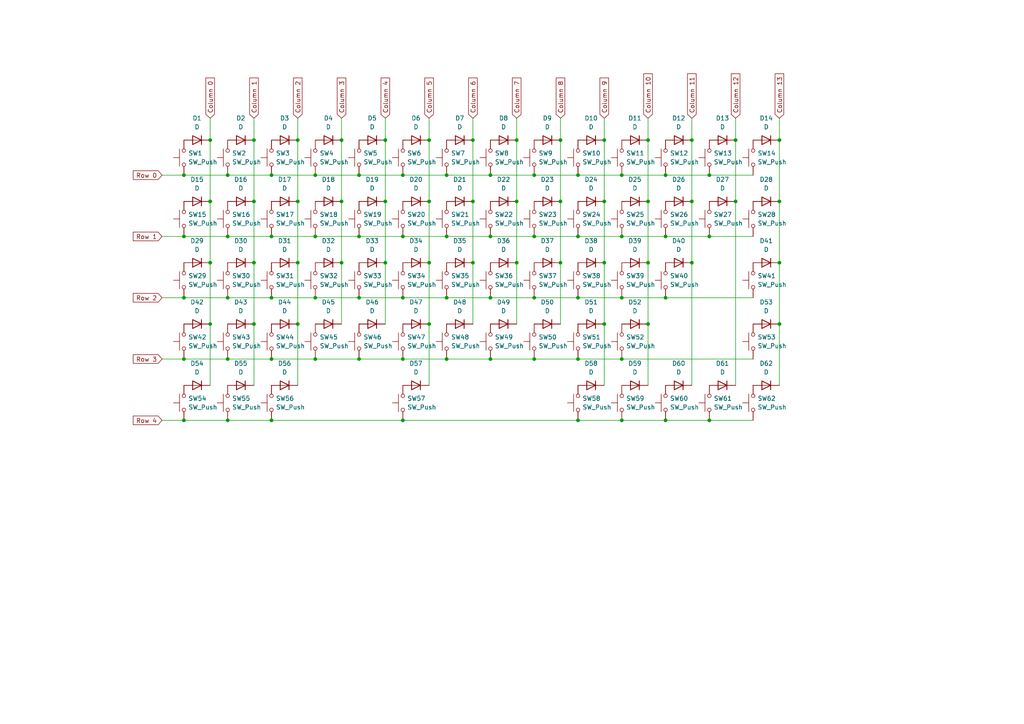
<source format=kicad_sch>
(kicad_sch (version 20250114) (generator "eeschema") (generator_version "9.0")
  (paper "A4")
  (junction (at 86.36 58.42))
  (junction (at 142.24 50.8))
  (junction (at 142.24 68.58))
  (junction (at 116.84 68.58))
  (junction (at 226.06 40.64))
  (junction (at 142.24 104.14))
  (junction (at 154.94 50.8))
  (junction (at 53.34 50.8))
  (junction (at 142.24 86.36))
  (junction (at 91.44 50.8))
  (junction (at 154.94 68.58))
  (junction (at 104.14 50.8))
  (junction (at 124.46 76.2))
  (junction (at 124.46 93.98))
  (junction (at 226.06 76.2))
  (junction (at 99.06 58.42))
  (junction (at 60.96 76.2))
  (junction (at 180.34 68.58))
  (junction (at 104.14 104.14))
  (junction (at 193.04 50.8))
  (junction (at 99.06 76.2))
  (junction (at 116.84 104.14))
  (junction (at 104.14 86.36))
  (junction (at 205.74 68.58))
  (junction (at 226.06 58.42))
  (junction (at 78.74 104.14))
  (junction (at 193.04 86.36))
  (junction (at 78.74 68.58))
  (junction (at 154.94 86.36))
  (junction (at 137.16 58.42))
  (junction (at 104.14 68.58))
  (junction (at 180.34 86.36))
  (junction (at 200.66 76.2))
  (junction (at 137.16 40.64))
  (junction (at 124.46 40.64))
  (junction (at 137.16 76.2))
  (junction (at 175.26 40.64))
  (junction (at 167.64 104.14))
  (junction (at 60.96 58.42))
  (junction (at 73.66 93.98))
  (junction (at 111.76 76.2))
  (junction (at 175.26 93.98))
  (junction (at 175.26 58.42))
  (junction (at 213.36 58.42))
  (junction (at 86.36 40.64))
  (junction (at 86.36 76.2))
  (junction (at 149.86 58.42))
  (junction (at 129.54 68.58))
  (junction (at 162.56 58.42))
  (junction (at 187.96 58.42))
  (junction (at 162.56 40.64))
  (junction (at 180.34 121.92))
  (junction (at 66.04 50.8))
  (junction (at 213.36 40.64))
  (junction (at 99.06 40.64))
  (junction (at 175.26 76.2))
  (junction (at 53.34 121.92))
  (junction (at 73.66 40.64))
  (junction (at 187.96 93.98))
  (junction (at 78.74 86.36))
  (junction (at 129.54 50.8))
  (junction (at 53.34 104.14))
  (junction (at 116.84 50.8))
  (junction (at 149.86 40.64))
  (junction (at 91.44 68.58))
  (junction (at 162.56 76.2))
  (junction (at 226.06 93.98))
  (junction (at 193.04 121.92))
  (junction (at 73.66 58.42))
  (junction (at 116.84 86.36))
  (junction (at 180.34 104.14))
  (junction (at 116.84 121.92))
  (junction (at 167.64 86.36))
  (junction (at 167.64 68.58))
  (junction (at 111.76 40.64))
  (junction (at 53.34 68.58))
  (junction (at 91.44 86.36))
  (junction (at 66.04 86.36))
  (junction (at 193.04 68.58))
  (junction (at 66.04 68.58))
  (junction (at 124.46 58.42))
  (junction (at 154.94 104.14))
  (junction (at 53.34 86.36))
  (junction (at 205.74 121.92))
  (junction (at 205.74 50.8))
  (junction (at 167.64 50.8))
  (junction (at 200.66 58.42))
  (junction (at 78.74 50.8))
  (junction (at 60.96 93.98))
  (junction (at 66.04 104.14))
  (junction (at 78.74 121.92))
  (junction (at 149.86 76.2))
  (junction (at 129.54 104.14))
  (junction (at 66.04 121.92))
  (junction (at 91.44 104.14))
  (junction (at 167.64 121.92))
  (junction (at 111.76 58.42))
  (junction (at 73.66 76.2))
  (junction (at 60.96 40.64))
  (junction (at 180.34 50.8))
  (junction (at 187.96 40.64))
  (junction (at 129.54 86.36))
  (junction (at 200.66 40.64))
  (junction (at 86.36 93.98))
  (junction (at 187.96 76.2))
  (wire (pts (xy 193.04 68.58) (xy 205.74 68.58)))
  (wire (pts (xy 149.86 40.64) (xy 149.86 58.42)))
  (wire (pts (xy 142.24 50.8) (xy 154.94 50.8)))
  (wire (pts (xy 167.64 104.14) (xy 180.34 104.14)))
  (wire (pts (xy 137.16 76.2) (xy 137.16 93.98)))
  (wire (pts (xy 200.66 76.2) (xy 200.66 111.76)))
  (wire (pts (xy 180.34 86.36) (xy 193.04 86.36)))
  (wire (pts (xy 116.84 121.92) (xy 167.64 121.92)))
  (wire (pts (xy 167.64 86.36) (xy 180.34 86.36)))
  (wire (pts (xy 142.24 86.36) (xy 154.94 86.36)))
  (wire (pts (xy 193.04 86.36) (xy 218.44 86.36)))
  (wire (pts (xy 226.06 40.64) (xy 226.06 58.42)))
  (wire (pts (xy 111.76 40.64) (xy 111.76 58.42)))
  (wire (pts (xy 53.34 68.58) (xy 66.04 68.58)))
  (wire (pts (xy 104.14 104.14) (xy 116.84 104.14)))
  (wire (pts (xy 129.54 50.8) (xy 142.24 50.8)))
  (wire (pts (xy 78.74 104.14) (xy 91.44 104.14)))
  (wire (pts (xy 111.76 76.2) (xy 111.76 93.98)))
  (wire (pts (xy 73.66 58.42) (xy 73.66 76.2)))
  (wire (pts (xy 73.66 76.2) (xy 73.66 93.98)))
  (wire (pts (xy 129.54 86.36) (xy 142.24 86.36)))
  (wire (pts (xy 86.36 40.64) (xy 86.36 58.42)))
  (wire (pts (xy 91.44 104.14) (xy 104.14 104.14)))
  (wire (pts (xy 78.74 50.8) (xy 91.44 50.8)))
  (wire (pts (xy 187.96 76.2) (xy 187.96 93.98)))
  (wire (pts (xy 162.56 40.64) (xy 162.56 58.42)))
  (wire (pts (xy 175.26 58.42) (xy 175.26 76.2)))
  (wire (pts (xy 111.76 58.42) (xy 111.76 76.2)))
  (wire (pts (xy 66.04 121.92) (xy 78.74 121.92)))
  (wire (pts (xy 46.99 86.36) (xy 53.34 86.36)))
  (wire (pts (xy 99.06 40.64) (xy 99.06 58.42)))
  (wire (pts (xy 205.74 50.8) (xy 218.44 50.8)))
  (wire (pts (xy 124.46 58.42) (xy 124.46 76.2)))
  (wire (pts (xy 104.14 86.36) (xy 116.84 86.36)))
  (wire (pts (xy 60.96 34.29) (xy 60.96 40.64)))
  (wire (pts (xy 46.99 50.8) (xy 53.34 50.8)))
  (wire (pts (xy 154.94 50.8) (xy 167.64 50.8)))
  (wire (pts (xy 175.26 34.29) (xy 175.26 40.64)))
  (wire (pts (xy 200.66 34.29) (xy 200.66 40.64)))
  (wire (pts (xy 60.96 76.2) (xy 60.96 93.98)))
  (wire (pts (xy 86.36 76.2) (xy 86.36 93.98)))
  (wire (pts (xy 175.26 76.2) (xy 175.26 93.98)))
  (wire (pts (xy 116.84 68.58) (xy 129.54 68.58)))
  (wire (pts (xy 91.44 50.8) (xy 104.14 50.8)))
  (wire (pts (xy 213.36 58.42) (xy 213.36 111.76)))
  (wire (pts (xy 99.06 34.29) (xy 99.06 40.64)))
  (wire (pts (xy 129.54 68.58) (xy 142.24 68.58)))
  (wire (pts (xy 66.04 50.8) (xy 78.74 50.8)))
  (wire (pts (xy 180.34 50.8) (xy 193.04 50.8)))
  (wire (pts (xy 142.24 68.58) (xy 154.94 68.58)))
  (wire (pts (xy 124.46 76.2) (xy 124.46 93.98)))
  (wire (pts (xy 205.74 68.58) (xy 218.44 68.58)))
  (wire (pts (xy 180.34 68.58) (xy 193.04 68.58)))
  (wire (pts (xy 137.16 34.29) (xy 137.16 40.64)))
  (wire (pts (xy 46.99 121.92) (xy 53.34 121.92)))
  (wire (pts (xy 116.84 86.36) (xy 129.54 86.36)))
  (wire (pts (xy 104.14 68.58) (xy 116.84 68.58)))
  (wire (pts (xy 187.96 58.42) (xy 187.96 76.2)))
  (wire (pts (xy 99.06 58.42) (xy 99.06 76.2)))
  (wire (pts (xy 154.94 104.14) (xy 167.64 104.14)))
  (wire (pts (xy 200.66 40.64) (xy 200.66 58.42)))
  (wire (pts (xy 213.36 34.29) (xy 213.36 40.64)))
  (wire (pts (xy 167.64 50.8) (xy 180.34 50.8)))
  (wire (pts (xy 137.16 40.64) (xy 137.16 58.42)))
  (wire (pts (xy 60.96 58.42) (xy 60.96 76.2)))
  (wire (pts (xy 200.66 58.42) (xy 200.66 76.2)))
  (wire (pts (xy 154.94 86.36) (xy 167.64 86.36)))
  (wire (pts (xy 78.74 121.92) (xy 116.84 121.92)))
  (wire (pts (xy 66.04 104.14) (xy 78.74 104.14)))
  (wire (pts (xy 91.44 68.58) (xy 104.14 68.58)))
  (wire (pts (xy 175.26 40.64) (xy 175.26 58.42)))
  (wire (pts (xy 78.74 86.36) (xy 91.44 86.36)))
  (wire (pts (xy 66.04 86.36) (xy 78.74 86.36)))
  (wire (pts (xy 111.76 34.29) (xy 111.76 40.64)))
  (wire (pts (xy 46.99 68.58) (xy 53.34 68.58)))
  (wire (pts (xy 175.26 93.98) (xy 175.26 111.76)))
  (wire (pts (xy 73.66 40.64) (xy 73.66 58.42)))
  (wire (pts (xy 180.34 104.14) (xy 218.44 104.14)))
  (wire (pts (xy 78.74 68.58) (xy 91.44 68.58)))
  (wire (pts (xy 137.16 58.42) (xy 137.16 76.2)))
  (wire (pts (xy 154.94 68.58) (xy 167.64 68.58)))
  (wire (pts (xy 162.56 34.29) (xy 162.56 40.64)))
  (wire (pts (xy 187.96 40.64) (xy 187.96 58.42)))
  (wire (pts (xy 86.36 34.29) (xy 86.36 40.64)))
  (wire (pts (xy 167.64 121.92) (xy 180.34 121.92)))
  (wire (pts (xy 213.36 40.64) (xy 213.36 58.42)))
  (wire (pts (xy 53.34 104.14) (xy 66.04 104.14)))
  (wire (pts (xy 226.06 93.98) (xy 226.06 111.76)))
  (wire (pts (xy 53.34 121.92) (xy 66.04 121.92)))
  (wire (pts (xy 149.86 58.42) (xy 149.86 76.2)))
  (wire (pts (xy 73.66 93.98) (xy 73.66 111.76)))
  (wire (pts (xy 99.06 76.2) (xy 99.06 93.98)))
  (wire (pts (xy 162.56 76.2) (xy 162.56 93.98)))
  (wire (pts (xy 142.24 104.14) (xy 154.94 104.14)))
  (wire (pts (xy 91.44 86.36) (xy 104.14 86.36)))
  (wire (pts (xy 86.36 58.42) (xy 86.36 76.2)))
  (wire (pts (xy 205.74 121.92) (xy 218.44 121.92)))
  (wire (pts (xy 187.96 34.29) (xy 187.96 40.64)))
  (wire (pts (xy 226.06 76.2) (xy 226.06 93.98)))
  (wire (pts (xy 116.84 50.8) (xy 129.54 50.8)))
  (wire (pts (xy 66.04 68.58) (xy 78.74 68.58)))
  (wire (pts (xy 193.04 121.92) (xy 205.74 121.92)))
  (wire (pts (xy 180.34 121.92) (xy 193.04 121.92)))
  (wire (pts (xy 60.96 93.98) (xy 60.96 111.76)))
  (wire (pts (xy 162.56 58.42) (xy 162.56 76.2)))
  (wire (pts (xy 46.99 104.14) (xy 53.34 104.14)))
  (wire (pts (xy 149.86 34.29) (xy 149.86 40.64)))
  (wire (pts (xy 129.54 104.14) (xy 142.24 104.14)))
  (wire (pts (xy 86.36 93.98) (xy 86.36 111.76)))
  (wire (pts (xy 149.86 76.2) (xy 149.86 93.98)))
  (wire (pts (xy 116.84 104.14) (xy 129.54 104.14)))
  (wire (pts (xy 124.46 34.29) (xy 124.46 40.64)))
  (wire (pts (xy 104.14 50.8) (xy 116.84 50.8)))
  (wire (pts (xy 226.06 58.42) (xy 226.06 76.2)))
  (wire (pts (xy 124.46 93.98) (xy 124.46 111.76)))
  (wire (pts (xy 73.66 34.29) (xy 73.66 40.64)))
  (wire (pts (xy 226.06 34.29) (xy 226.06 40.64)))
  (wire (pts (xy 167.64 68.58) (xy 180.34 68.58)))
  (wire (pts (xy 187.96 93.98) (xy 187.96 111.76)))
  (wire (pts (xy 124.46 40.64) (xy 124.46 58.42)))
  (wire (pts (xy 60.96 40.64) (xy 60.96 58.42)))
  (wire (pts (xy 193.04 50.8) (xy 205.74 50.8)))
  (wire (pts (xy 53.34 50.8) (xy 66.04 50.8)))
  (wire (pts (xy 53.34 86.36) (xy 66.04 86.36)))
  (global_label "Row 2" (shape input) (at 46.99 86.36 180) (property "Intersheetrefs" "${INTERSHEET_REFS}" (effects (hide yes))))
  (global_label "Column 5" (shape input) (at 124.46 34.29 90) (property "Intersheetrefs" "${INTERSHEET_REFS}" (effects (hide yes))))
  (global_label "Column 0" (shape input) (at 60.96 34.29 90) (property "Intersheetrefs" "${INTERSHEET_REFS}" (effects (hide yes))))
  (global_label "Row 4" (shape input) (at 46.99 121.92 180) (property "Intersheetrefs" "${INTERSHEET_REFS}" (effects (hide yes))))
  (global_label "Column 9" (shape input) (at 175.26 34.29 90) (property "Intersheetrefs" "${INTERSHEET_REFS}" (effects (hide yes))))
  (global_label "Column 3" (shape input) (at 99.06 34.29 90) (property "Intersheetrefs" "${INTERSHEET_REFS}" (effects (hide yes))))
  (global_label "Column 13" (shape input) (at 226.06 34.29 90) (property "Intersheetrefs" "${INTERSHEET_REFS}" (effects (hide yes))))
  (global_label "Column 8" (shape input) (at 162.56 34.29 90) (property "Intersheetrefs" "${INTERSHEET_REFS}" (effects (hide yes))))
  (global_label "Column 11" (shape input) (at 200.66 34.29 90) (property "Intersheetrefs" "${INTERSHEET_REFS}" (effects (hide yes))))
  (global_label "Column 10" (shape input) (at 187.96 34.29 90) (property "Intersheetrefs" "${INTERSHEET_REFS}" (effects (hide yes))))
  (global_label "Column 12" (shape input) (at 213.36 34.29 90) (property "Intersheetrefs" "${INTERSHEET_REFS}" (effects (hide yes))))
  (global_label "Row 3" (shape input) (at 46.99 104.14 180) (property "Intersheetrefs" "${INTERSHEET_REFS}" (effects (hide yes))))
  (global_label "Row 0" (shape input) (at 46.99 50.8 180) (property "Intersheetrefs" "${INTERSHEET_REFS}" (effects (hide yes))))
  (global_label "Row 1" (shape input) (at 46.99 68.58 180) (property "Intersheetrefs" "${INTERSHEET_REFS}" (effects (hide yes))))
  (global_label "Column 7" (shape input) (at 149.86 34.29 90) (property "Intersheetrefs" "${INTERSHEET_REFS}" (effects (hide yes))))
  (global_label "Column 2" (shape input) (at 86.36 34.29 90) (property "Intersheetrefs" "${INTERSHEET_REFS}" (effects (hide yes))))
  (global_label "Column 1" (shape input) (at 73.66 34.29 90) (property "Intersheetrefs" "${INTERSHEET_REFS}" (effects (hide yes))))
  (global_label "Column 4" (shape input) (at 111.76 34.29 90) (property "Intersheetrefs" "${INTERSHEET_REFS}" (effects (hide yes))))
  (global_label "Column 6" (shape input) (at 137.16 34.29 90) (property "Intersheetrefs" "${INTERSHEET_REFS}" (effects (hide yes))))
  (symbol (lib_id "Device:D") (at 82.55 111.76 180) (unit 1)
    (property "Reference" "D56" (at 82.55 105.41 0))
    (property "Value" "D" (at 82.55 107.95 0))
    (property "Footprint" "Diode_THT:D_A-405_P7.62mm_Horizontal" (effects (hide yes)))
    (property "Description" "Diode" (effects (hide yes)))
    (property "Sim.Device" "D" (effects (hide yes)))
    (property "Sim.Pins" "1=K 2=A" (effects (hide yes)))
  )
  (symbol (lib_id "Switch:SW_Push") (at 193.04 81.28 90) (unit 1)
    (property "Reference" "SW40" (at 194.31 80.0099 90) (effects (justify right)))
    (property "Value" "SW_Push" (at 194.31 82.5499 90) (effects (justify right)))
    (property "Footprint" "Button_Switch_Keyboard:SW_Cherry_MX_1.00u_PCB" (effects (hide yes)))
    (property "Description" "Push button switch, generic, two pins" (effects (hide yes)))
  )
  (symbol (lib_id "Device:D") (at 222.25 111.76 180) (unit 1)
    (property "Reference" "D62" (at 222.25 105.41 0))
    (property "Value" "D" (at 222.25 107.95 0))
    (property "Footprint" "Diode_THT:D_A-405_P7.62mm_Horizontal" (effects (hide yes)))
    (property "Description" "Diode" (effects (hide yes)))
    (property "Sim.Device" "D" (effects (hide yes)))
    (property "Sim.Pins" "1=K 2=A" (effects (hide yes)))
  )
  (symbol (lib_id "Device:D") (at 222.25 93.98 180) (unit 1)
    (property "Reference" "D53" (at 222.25 87.63 0))
    (property "Value" "D" (at 222.25 90.17 0))
    (property "Footprint" "Diode_THT:D_A-405_P7.62mm_Horizontal" (effects (hide yes)))
    (property "Description" "Diode" (effects (hide yes)))
    (property "Sim.Device" "D" (effects (hide yes)))
    (property "Sim.Pins" "1=K 2=A" (effects (hide yes)))
  )
  (symbol (lib_id "Switch:SW_Push") (at 104.14 99.06 90) (unit 1)
    (property "Reference" "SW46" (at 105.41 97.7899 90) (effects (justify right)))
    (property "Value" "SW_Push" (at 105.41 100.3299 90) (effects (justify right)))
    (property "Footprint" "Button_Switch_Keyboard:SW_Cherry_MX_1.00u_PCB" (effects (hide yes)))
    (property "Description" "Push button switch, generic, two pins" (effects (hide yes)))
  )
  (symbol (lib_id "Device:D") (at 95.25 58.42 180) (unit 1)
    (property "Reference" "D18" (at 95.25 52.07 0))
    (property "Value" "D" (at 95.25 54.61 0))
    (property "Footprint" "Diode_THT:D_A-405_P7.62mm_Horizontal" (effects (hide yes)))
    (property "Description" "Diode" (effects (hide yes)))
    (property "Sim.Device" "D" (effects (hide yes)))
    (property "Sim.Pins" "1=K 2=A" (effects (hide yes)))
  )
  (symbol (lib_id "Switch:SW_Push") (at 116.84 99.06 90) (unit 1)
    (property "Reference" "SW47" (at 118.11 97.7899 90) (effects (justify right)))
    (property "Value" "SW_Push" (at 118.11 100.3299 90) (effects (justify right)))
    (property "Footprint" "Button_Switch_Keyboard:SW_Cherry_MX_1.00u_PCB" (effects (hide yes)))
    (property "Description" "Push button switch, generic, two pins" (effects (hide yes)))
  )
  (symbol (lib_id "Switch:SW_Push") (at 53.34 116.84 90) (unit 1)
    (property "Reference" "SW54" (at 54.61 115.5699 90) (effects (justify right)))
    (property "Value" "SW_Push" (at 54.61 118.1099 90) (effects (justify right)))
    (property "Footprint" "Button_Switch_Keyboard:SW_Cherry_MX_1.25u_PCB" (effects (hide yes)))
    (property "Description" "Push button switch, generic, two pins" (effects (hide yes)))
  )
  (symbol (lib_id "Switch:SW_Push") (at 66.04 99.06 90) (unit 1)
    (property "Reference" "SW43" (at 67.31 97.7899 90) (effects (justify right)))
    (property "Value" "SW_Push" (at 67.31 100.3299 90) (effects (justify right)))
    (property "Footprint" "Button_Switch_Keyboard:SW_Cherry_MX_1.00u_PCB" (effects (hide yes)))
    (property "Description" "Push button switch, generic, two pins" (effects (hide yes)))
  )
  (symbol (lib_id "Device:D") (at 184.15 76.2 180) (unit 1)
    (property "Reference" "D39" (at 184.15 69.85 0))
    (property "Value" "D" (at 184.15 72.39 0))
    (property "Footprint" "Diode_THT:D_A-405_P7.62mm_Horizontal" (effects (hide yes)))
    (property "Description" "Diode" (effects (hide yes)))
    (property "Sim.Device" "D" (effects (hide yes)))
    (property "Sim.Pins" "1=K 2=A" (effects (hide yes)))
  )
  (symbol (lib_id "Switch:SW_Push") (at 193.04 63.5 90) (unit 1)
    (property "Reference" "SW26" (at 194.31 62.2299 90) (effects (justify right)))
    (property "Value" "SW_Push" (at 194.31 64.7699 90) (effects (justify right)))
    (property "Footprint" "Button_Switch_Keyboard:SW_Cherry_MX_1.00u_PCB" (effects (hide yes)))
    (property "Description" "Push button switch, generic, two pins" (effects (hide yes)))
  )
  (symbol (lib_id "Device:D") (at 146.05 58.42 180) (unit 1)
    (property "Reference" "D22" (at 146.05 52.07 0))
    (property "Value" "D" (at 146.05 54.61 0))
    (property "Footprint" "Diode_THT:D_A-405_P7.62mm_Horizontal" (effects (hide yes)))
    (property "Description" "Diode" (effects (hide yes)))
    (property "Sim.Device" "D" (effects (hide yes)))
    (property "Sim.Pins" "1=K 2=A" (effects (hide yes)))
  )
  (symbol (lib_id "Switch:SW_Push") (at 218.44 81.28 90) (unit 1)
    (property "Reference" "SW41" (at 219.71 80.0099 90) (effects (justify right)))
    (property "Value" "SW_Push" (at 219.71 82.5499 90) (effects (justify right)))
    (property "Footprint" "Button_Switch_Keyboard:SW_Cherry_MX_2.25u_PCB" (effects (hide yes)))
    (property "Description" "Push button switch, generic, two pins" (effects (hide yes)))
  )
  (symbol (lib_id "Switch:SW_Push") (at 78.74 81.28 90) (unit 1)
    (property "Reference" "SW31" (at 80.01 80.0099 90) (effects (justify right)))
    (property "Value" "SW_Push" (at 80.01 82.5499 90) (effects (justify right)))
    (property "Footprint" "Button_Switch_Keyboard:SW_Cherry_MX_1.00u_PCB" (effects (hide yes)))
    (property "Description" "Push button switch, generic, two pins" (effects (hide yes)))
  )
  (symbol (lib_id "Switch:SW_Push") (at 142.24 63.5 90) (unit 1)
    (property "Reference" "SW22" (at 143.51 62.2299 90) (effects (justify right)))
    (property "Value" "SW_Push" (at 143.51 64.7699 90) (effects (justify right)))
    (property "Footprint" "Button_Switch_Keyboard:SW_Cherry_MX_1.00u_PCB" (effects (hide yes)))
    (property "Description" "Push button switch, generic, two pins" (effects (hide yes)))
  )
  (symbol (lib_id "Switch:SW_Push") (at 78.74 99.06 90) (unit 1)
    (property "Reference" "SW44" (at 80.01 97.7899 90) (effects (justify right)))
    (property "Value" "SW_Push" (at 80.01 100.3299 90) (effects (justify right)))
    (property "Footprint" "Button_Switch_Keyboard:SW_Cherry_MX_1.00u_PCB" (effects (hide yes)))
    (property "Description" "Push button switch, generic, two pins" (effects (hide yes)))
  )
  (symbol (lib_id "Switch:SW_Push") (at 91.44 99.06 90) (unit 1)
    (property "Reference" "SW45" (at 92.71 97.7899 90) (effects (justify right)))
    (property "Value" "SW_Push" (at 92.71 100.3299 90) (effects (justify right)))
    (property "Footprint" "Button_Switch_Keyboard:SW_Cherry_MX_1.00u_PCB" (effects (hide yes)))
    (property "Description" "Push button switch, generic, two pins" (effects (hide yes)))
  )
  (symbol (lib_id "Device:D") (at 196.85 58.42 180) (unit 1)
    (property "Reference" "D26" (at 196.85 52.07 0))
    (property "Value" "D" (at 196.85 54.61 0))
    (property "Footprint" "Diode_THT:D_A-405_P7.62mm_Horizontal" (effects (hide yes)))
    (property "Description" "Diode" (effects (hide yes)))
    (property "Sim.Device" "D" (effects (hide yes)))
    (property "Sim.Pins" "1=K 2=A" (effects (hide yes)))
  )
  (symbol (lib_id "Switch:SW_Push") (at 218.44 99.06 90) (unit 1)
    (property "Reference" "SW53" (at 219.71 97.7899 90) (effects (justify right)))
    (property "Value" "SW_Push" (at 219.71 100.3299 90) (effects (justify right)))
    (property "Footprint" "Button_Switch_Keyboard:SW_Cherry_MX_2.75u_PCB" (effects (hide yes)))
    (property "Description" "Push button switch, generic, two pins" (effects (hide yes)))
  )
  (symbol (lib_id "Device:D") (at 133.35 93.98 180) (unit 1)
    (property "Reference" "D48" (at 133.35 87.63 0))
    (property "Value" "D" (at 133.35 90.17 0))
    (property "Footprint" "Diode_THT:D_A-405_P7.62mm_Horizontal" (effects (hide yes)))
    (property "Description" "Diode" (effects (hide yes)))
    (property "Sim.Device" "D" (effects (hide yes)))
    (property "Sim.Pins" "1=K 2=A" (effects (hide yes)))
  )
  (symbol (lib_id "Device:D") (at 69.85 58.42 180) (unit 1)
    (property "Reference" "D16" (at 69.85 52.07 0))
    (property "Value" "D" (at 69.85 54.61 0))
    (property "Footprint" "Diode_THT:D_A-405_P7.62mm_Horizontal" (effects (hide yes)))
    (property "Description" "Diode" (effects (hide yes)))
    (property "Sim.Device" "D" (effects (hide yes)))
    (property "Sim.Pins" "1=K 2=A" (effects (hide yes)))
  )
  (symbol (lib_id "Device:D") (at 82.55 58.42 180) (unit 1)
    (property "Reference" "D17" (at 82.55 52.07 0))
    (property "Value" "D" (at 82.55 54.61 0))
    (property "Footprint" "Diode_THT:D_A-405_P7.62mm_Horizontal" (effects (hide yes)))
    (property "Description" "Diode" (effects (hide yes)))
    (property "Sim.Device" "D" (effects (hide yes)))
    (property "Sim.Pins" "1=K 2=A" (effects (hide yes)))
  )
  (symbol (lib_id "Device:D") (at 196.85 111.76 180) (unit 1)
    (property "Reference" "D60" (at 196.85 105.41 0))
    (property "Value" "D" (at 196.85 107.95 0))
    (property "Footprint" "Diode_THT:D_A-405_P7.62mm_Horizontal" (effects (hide yes)))
    (property "Description" "Diode" (effects (hide yes)))
    (property "Sim.Device" "D" (effects (hide yes)))
    (property "Sim.Pins" "1=K 2=A" (effects (hide yes)))
  )
  (symbol (lib_id "Switch:SW_Push") (at 167.64 63.5 90) (unit 1)
    (property "Reference" "SW24" (at 168.91 62.2299 90) (effects (justify right)))
    (property "Value" "SW_Push" (at 168.91 64.7699 90) (effects (justify right)))
    (property "Footprint" "Button_Switch_Keyboard:SW_Cherry_MX_1.00u_PCB" (effects (hide yes)))
    (property "Description" "Push button switch, generic, two pins" (effects (hide yes)))
  )
  (symbol (lib_id "Switch:SW_Push") (at 218.44 63.5 90) (unit 1)
    (property "Reference" "SW28" (at 219.71 62.2299 90) (effects (justify right)))
    (property "Value" "SW_Push" (at 219.71 64.7699 90) (effects (justify right)))
    (property "Footprint" "Button_Switch_Keyboard:SW_Cherry_MX_1.50u_PCB" (effects (hide yes)))
    (property "Description" "Push button switch, generic, two pins" (effects (hide yes)))
  )
  (symbol (lib_id "Device:D") (at 158.75 58.42 180) (unit 1)
    (property "Reference" "D23" (at 158.75 52.07 0))
    (property "Value" "D" (at 158.75 54.61 0))
    (property "Footprint" "Diode_THT:D_A-405_P7.62mm_Horizontal" (effects (hide yes)))
    (property "Description" "Diode" (effects (hide yes)))
    (property "Sim.Device" "D" (effects (hide yes)))
    (property "Sim.Pins" "1=K 2=A" (effects (hide yes)))
  )
  (symbol (lib_id "Device:D") (at 171.45 93.98 180) (unit 1)
    (property "Reference" "D51" (at 171.45 87.63 0))
    (property "Value" "D" (at 171.45 90.17 0))
    (property "Footprint" "Diode_THT:D_A-405_P7.62mm_Horizontal" (effects (hide yes)))
    (property "Description" "Diode" (effects (hide yes)))
    (property "Sim.Device" "D" (effects (hide yes)))
    (property "Sim.Pins" "1=K 2=A" (effects (hide yes)))
  )
  (symbol (lib_id "Device:D") (at 196.85 76.2 180) (unit 1)
    (property "Reference" "D40" (at 196.85 69.85 0))
    (property "Value" "D" (at 196.85 72.39 0))
    (property "Footprint" "Diode_THT:D_A-405_P7.62mm_Horizontal" (effects (hide yes)))
    (property "Description" "Diode" (effects (hide yes)))
    (property "Sim.Device" "D" (effects (hide yes)))
    (property "Sim.Pins" "1=K 2=A" (effects (hide yes)))
  )
  (symbol (lib_id "Switch:SW_Push") (at 142.24 99.06 90) (unit 1)
    (property "Reference" "SW49" (at 143.51 97.7899 90) (effects (justify right)))
    (property "Value" "SW_Push" (at 143.51 100.3299 90) (effects (justify right)))
    (property "Footprint" "Button_Switch_Keyboard:SW_Cherry_MX_1.00u_PCB" (effects (hide yes)))
    (property "Description" "Push button switch, generic, two pins" (effects (hide yes)))
  )
  (symbol (lib_id "Device:D") (at 222.25 58.42 180) (unit 1)
    (property "Reference" "D28" (at 222.25 52.07 0))
    (property "Value" "D" (at 222.25 54.61 0))
    (property "Footprint" "Diode_THT:D_A-405_P7.62mm_Horizontal" (effects (hide yes)))
    (property "Description" "Diode" (effects (hide yes)))
    (property "Sim.Device" "D" (effects (hide yes)))
    (property "Sim.Pins" "1=K 2=A" (effects (hide yes)))
  )
  (symbol (lib_id "Switch:SW_Push") (at 66.04 116.84 90) (unit 1)
    (property "Reference" "SW55" (at 67.31 115.5699 90) (effects (justify right)))
    (property "Value" "SW_Push" (at 67.31 118.1099 90) (effects (justify right)))
    (property "Footprint" "Button_Switch_Keyboard:SW_Cherry_MX_1.25u_PCB" (effects (hide yes)))
    (property "Description" "Push button switch, generic, two pins" (effects (hide yes)))
  )
  (symbol (lib_id "Device:D") (at 146.05 93.98 180) (unit 1)
    (property "Reference" "D49" (at 146.05 87.63 0))
    (property "Value" "D" (at 146.05 90.17 0))
    (property "Footprint" "Diode_THT:D_A-405_P7.62mm_Horizontal" (effects (hide yes)))
    (property "Description" "Diode" (effects (hide yes)))
    (property "Sim.Device" "D" (effects (hide yes)))
    (property "Sim.Pins" "1=K 2=A" (effects (hide yes)))
  )
  (symbol (lib_id "Device:D") (at 69.85 93.98 180) (unit 1)
    (property "Reference" "D43" (at 69.85 87.63 0))
    (property "Value" "D" (at 69.85 90.17 0))
    (property "Footprint" "Diode_THT:D_A-405_P7.62mm_Horizontal" (effects (hide yes)))
    (property "Description" "Diode" (effects (hide yes)))
    (property "Sim.Device" "D" (effects (hide yes)))
    (property "Sim.Pins" "1=K 2=A" (effects (hide yes)))
  )
  (symbol (lib_id "Switch:SW_Push") (at 78.74 45.72 90) (unit 1)
    (property "Reference" "SW3" (at 80.01 44.4499 90) (effects (justify right)))
    (property "Value" "SW_Push" (at 80.01 46.9899 90) (effects (justify right)))
    (property "Footprint" "Button_Switch_Keyboard:SW_Cherry_MX_1.00u_PCB" (effects (hide yes)))
    (property "Description" "Push button switch, generic, two pins" (effects (hide yes)))
  )
  (symbol (lib_id "Device:D") (at 57.15 76.2 180) (unit 1)
    (property "Reference" "D29" (at 57.15 69.85 0))
    (property "Value" "D" (at 57.15 72.39 0))
    (property "Footprint" "Diode_THT:D_A-405_P7.62mm_Horizontal" (effects (hide yes)))
    (property "Description" "Diode" (effects (hide yes)))
    (property "Sim.Device" "D" (effects (hide yes)))
    (property "Sim.Pins" "1=K 2=A" (effects (hide yes)))
  )
  (symbol (lib_id "Device:D") (at 222.25 76.2 180) (unit 1)
    (property "Reference" "D41" (at 222.25 69.85 0))
    (property "Value" "D" (at 222.25 72.39 0))
    (property "Footprint" "Diode_THT:D_A-405_P7.62mm_Horizontal" (effects (hide yes)))
    (property "Description" "Diode" (effects (hide yes)))
    (property "Sim.Device" "D" (effects (hide yes)))
    (property "Sim.Pins" "1=K 2=A" (effects (hide yes)))
  )
  (symbol (lib_id "Switch:SW_Push") (at 180.34 81.28 90) (unit 1)
    (property "Reference" "SW39" (at 181.61 80.0099 90) (effects (justify right)))
    (property "Value" "SW_Push" (at 181.61 82.5499 90) (effects (justify right)))
    (property "Footprint" "Button_Switch_Keyboard:SW_Cherry_MX_1.00u_PCB" (effects (hide yes)))
    (property "Description" "Push button switch, generic, two pins" (effects (hide yes)))
  )
  (symbol (lib_id "Device:D") (at 107.95 58.42 180) (unit 1)
    (property "Reference" "D19" (at 107.95 52.07 0))
    (property "Value" "D" (at 107.95 54.61 0))
    (property "Footprint" "Diode_THT:D_A-405_P7.62mm_Horizontal" (effects (hide yes)))
    (property "Description" "Diode" (effects (hide yes)))
    (property "Sim.Device" "D" (effects (hide yes)))
    (property "Sim.Pins" "1=K 2=A" (effects (hide yes)))
  )
  (symbol (lib_id "Switch:SW_Push") (at 180.34 116.84 90) (unit 1)
    (property "Reference" "SW59" (at 181.61 115.5699 90) (effects (justify right)))
    (property "Value" "SW_Push" (at 181.61 118.1099 90) (effects (justify right)))
    (property "Footprint" "Button_Switch_Keyboard:SW_Cherry_MX_1.00u_PCB" (effects (hide yes)))
    (property "Description" "Push button switch, generic, two pins" (effects (hide yes)))
  )
  (symbol (lib_id "Switch:SW_Push") (at 167.64 81.28 90) (unit 1)
    (property "Reference" "SW38" (at 168.91 80.0099 90) (effects (justify right)))
    (property "Value" "SW_Push" (at 168.91 82.5499 90) (effects (justify right)))
    (property "Footprint" "Button_Switch_Keyboard:SW_Cherry_MX_1.00u_PCB" (effects (hide yes)))
    (property "Description" "Push button switch, generic, two pins" (effects (hide yes)))
  )
  (symbol (lib_id "Switch:SW_Push") (at 91.44 45.72 90) (unit 1)
    (property "Reference" "SW4" (at 92.71 44.4499 90) (effects (justify right)))
    (property "Value" "SW_Push" (at 92.71 46.9899 90) (effects (justify right)))
    (property "Footprint" "Button_Switch_Keyboard:SW_Cherry_MX_1.00u_PCB" (effects (hide yes)))
    (property "Description" "Push button switch, generic, two pins" (effects (hide yes)))
  )
  (symbol (lib_id "Device:D") (at 82.55 76.2 180) (unit 1)
    (property "Reference" "D31" (at 82.55 69.85 0))
    (property "Value" "D" (at 82.55 72.39 0))
    (property "Footprint" "Diode_THT:D_A-405_P7.62mm_Horizontal" (effects (hide yes)))
    (property "Description" "Diode" (effects (hide yes)))
    (property "Sim.Device" "D" (effects (hide yes)))
    (property "Sim.Pins" "1=K 2=A" (effects (hide yes)))
  )
  (symbol (lib_id "Device:D") (at 133.35 76.2 180) (unit 1)
    (property "Reference" "D35" (at 133.35 69.85 0))
    (property "Value" "D" (at 133.35 72.39 0))
    (property "Footprint" "Diode_THT:D_A-405_P7.62mm_Horizontal" (effects (hide yes)))
    (property "Description" "Diode" (effects (hide yes)))
    (property "Sim.Device" "D" (effects (hide yes)))
    (property "Sim.Pins" "1=K 2=A" (effects (hide yes)))
  )
  (symbol (lib_id "Switch:SW_Push") (at 154.94 99.06 90) (unit 1)
    (property "Reference" "SW50" (at 156.21 97.7899 90) (effects (justify right)))
    (property "Value" "SW_Push" (at 156.21 100.3299 90) (effects (justify right)))
    (property "Footprint" "Button_Switch_Keyboard:SW_Cherry_MX_1.00u_PCB" (effects (hide yes)))
    (property "Description" "Push button switch, generic, two pins" (effects (hide yes)))
  )
  (symbol (lib_id "Device:D") (at 196.85 40.64 180) (unit 1)
    (property "Reference" "D12" (at 196.85 34.29 0))
    (property "Value" "D" (at 196.85 36.83 0))
    (property "Footprint" "Diode_THT:D_A-405_P7.62mm_Horizontal" (effects (hide yes)))
    (property "Description" "Diode" (effects (hide yes)))
    (property "Sim.Device" "D" (effects (hide yes)))
    (property "Sim.Pins" "1=K 2=A" (effects (hide yes)))
  )
  (symbol (lib_id "Switch:SW_Push") (at 104.14 63.5 90) (unit 1)
    (property "Reference" "SW19" (at 105.41 62.2299 90) (effects (justify right)))
    (property "Value" "SW_Push" (at 105.41 64.7699 90) (effects (justify right)))
    (property "Footprint" "Button_Switch_Keyboard:SW_Cherry_MX_1.00u_PCB" (effects (hide yes)))
    (property "Description" "Push button switch, generic, two pins" (effects (hide yes)))
  )
  (symbol (lib_id "Switch:SW_Push") (at 180.34 63.5 90) (unit 1)
    (property "Reference" "SW25" (at 181.61 62.2299 90) (effects (justify right)))
    (property "Value" "SW_Push" (at 181.61 64.7699 90) (effects (justify right)))
    (property "Footprint" "Button_Switch_Keyboard:SW_Cherry_MX_1.00u_PCB" (effects (hide yes)))
    (property "Description" "Push button switch, generic, two pins" (effects (hide yes)))
  )
  (symbol (lib_id "Device:D") (at 184.15 93.98 180) (unit 1)
    (property "Reference" "D52" (at 184.15 87.63 0))
    (property "Value" "D" (at 184.15 90.17 0))
    (property "Footprint" "Diode_THT:D_A-405_P7.62mm_Horizontal" (effects (hide yes)))
    (property "Description" "Diode" (effects (hide yes)))
    (property "Sim.Device" "D" (effects (hide yes)))
    (property "Sim.Pins" "1=K 2=A" (effects (hide yes)))
  )
  (symbol (lib_id "Switch:SW_Push") (at 78.74 63.5 90) (unit 1)
    (property "Reference" "SW17" (at 80.01 62.2299 90) (effects (justify right)))
    (property "Value" "SW_Push" (at 80.01 64.7699 90) (effects (justify right)))
    (property "Footprint" "Button_Switch_Keyboard:SW_Cherry_MX_1.00u_PCB" (effects (hide yes)))
    (property "Description" "Push button switch, generic, two pins" (effects (hide yes)))
  )
  (symbol (lib_id "Device:D") (at 120.65 76.2 180) (unit 1)
    (property "Reference" "D34" (at 120.65 69.85 0))
    (property "Value" "D" (at 120.65 72.39 0))
    (property "Footprint" "Diode_THT:D_A-405_P7.62mm_Horizontal" (effects (hide yes)))
    (property "Description" "Diode" (effects (hide yes)))
    (property "Sim.Device" "D" (effects (hide yes)))
    (property "Sim.Pins" "1=K 2=A" (effects (hide yes)))
  )
  (symbol (lib_id "Switch:SW_Push") (at 116.84 116.84 90) (unit 1)
    (property "Reference" "SW57" (at 118.11 115.5699 90) (effects (justify right)))
    (property "Value" "SW_Push" (at 118.11 118.1099 90) (effects (justify right)))
    (property "Footprint" "Button_Switch_Keyboard:SW_Cherry_MX_6.25u_PCB" (effects (hide yes)))
    (property "Description" "Push button switch, generic, two pins" (effects (hide yes)))
  )
  (symbol (lib_id "Switch:SW_Push") (at 129.54 63.5 90) (unit 1)
    (property "Reference" "SW21" (at 130.81 62.2299 90) (effects (justify right)))
    (property "Value" "SW_Push" (at 130.81 64.7699 90) (effects (justify right)))
    (property "Footprint" "Button_Switch_Keyboard:SW_Cherry_MX_1.00u_PCB" (effects (hide yes)))
    (property "Description" "Push button switch, generic, two pins" (effects (hide yes)))
  )
  (symbol (lib_id "Device:D") (at 171.45 40.64 180) (unit 1)
    (property "Reference" "D10" (at 171.45 34.29 0))
    (property "Value" "D" (at 171.45 36.83 0))
    (property "Footprint" "Diode_THT:D_A-405_P7.62mm_Horizontal" (effects (hide yes)))
    (property "Description" "Diode" (effects (hide yes)))
    (property "Sim.Device" "D" (effects (hide yes)))
    (property "Sim.Pins" "1=K 2=A" (effects (hide yes)))
  )
  (symbol (lib_id "Switch:SW_Push") (at 167.64 116.84 90) (unit 1)
    (property "Reference" "SW58" (at 168.91 115.5699 90) (effects (justify right)))
    (property "Value" "SW_Push" (at 168.91 118.1099 90) (effects (justify right)))
    (property "Footprint" "Button_Switch_Keyboard:SW_Cherry_MX_1.00u_PCB" (effects (hide yes)))
    (property "Description" "Push button switch, generic, two pins" (effects (hide yes)))
  )
  (symbol (lib_id "Switch:SW_Push") (at 154.94 81.28 90) (unit 1)
    (property "Reference" "SW37" (at 156.21 80.0099 90) (effects (justify right)))
    (property "Value" "SW_Push" (at 156.21 82.5499 90) (effects (justify right)))
    (property "Footprint" "Button_Switch_Keyboard:SW_Cherry_MX_1.00u_PCB" (effects (hide yes)))
    (property "Description" "Push button switch, generic, two pins" (effects (hide yes)))
  )
  (symbol (lib_id "Device:D") (at 158.75 40.64 180) (unit 1)
    (property "Reference" "D9" (at 158.75 34.29 0))
    (property "Value" "D" (at 158.75 36.83 0))
    (property "Footprint" "Diode_THT:D_A-405_P7.62mm_Horizontal" (effects (hide yes)))
    (property "Description" "Diode" (effects (hide yes)))
    (property "Sim.Device" "D" (effects (hide yes)))
    (property "Sim.Pins" "1=K 2=A" (effects (hide yes)))
  )
  (symbol (lib_id "Switch:SW_Push") (at 142.24 81.28 90) (unit 1)
    (property "Reference" "SW36" (at 143.51 80.0099 90) (effects (justify right)))
    (property "Value" "SW_Push" (at 143.51 82.5499 90) (effects (justify right)))
    (property "Footprint" "Button_Switch_Keyboard:SW_Cherry_MX_1.00u_PCB" (effects (hide yes)))
    (property "Description" "Push button switch, generic, two pins" (effects (hide yes)))
  )
  (symbol (lib_id "Device:D") (at 120.65 40.64 180) (unit 1)
    (property "Reference" "D6" (at 120.65 34.29 0))
    (property "Value" "D" (at 120.65 36.83 0))
    (property "Footprint" "Diode_THT:D_A-405_P7.62mm_Horizontal" (effects (hide yes)))
    (property "Description" "Diode" (effects (hide yes)))
    (property "Sim.Device" "D" (effects (hide yes)))
    (property "Sim.Pins" "1=K 2=A" (effects (hide yes)))
  )
  (symbol (lib_id "Device:D") (at 158.75 76.2 180) (unit 1)
    (property "Reference" "D37" (at 158.75 69.85 0))
    (property "Value" "D" (at 158.75 72.39 0))
    (property "Footprint" "Diode_THT:D_A-405_P7.62mm_Horizontal" (effects (hide yes)))
    (property "Description" "Diode" (effects (hide yes)))
    (property "Sim.Device" "D" (effects (hide yes)))
    (property "Sim.Pins" "1=K 2=A" (effects (hide yes)))
  )
  (symbol (lib_id "Switch:SW_Push") (at 193.04 45.72 90) (unit 1)
    (property "Reference" "SW12" (at 194.31 44.4499 90) (effects (justify right)))
    (property "Value" "SW_Push" (at 194.31 46.9899 90) (effects (justify right)))
    (property "Footprint" "Button_Switch_Keyboard:SW_Cherry_MX_1.00u_PCB" (effects (hide yes)))
    (property "Description" "Push button switch, generic, two pins" (effects (hide yes)))
  )
  (symbol (lib_id "Switch:SW_Push") (at 154.94 63.5 90) (unit 1)
    (property "Reference" "SW23" (at 156.21 62.2299 90) (effects (justify right)))
    (property "Value" "SW_Push" (at 156.21 64.7699 90) (effects (justify right)))
    (property "Footprint" "Button_Switch_Keyboard:SW_Cherry_MX_1.00u_PCB" (effects (hide yes)))
    (property "Description" "Push button switch, generic, two pins" (effects (hide yes)))
  )
  (symbol (lib_id "Device:D") (at 107.95 40.64 180) (unit 1)
    (property "Reference" "D5" (at 107.95 34.29 0))
    (property "Value" "D" (at 107.95 36.83 0))
    (property "Footprint" "Diode_THT:D_A-405_P7.62mm_Horizontal" (effects (hide yes)))
    (property "Description" "Diode" (effects (hide yes)))
    (property "Sim.Device" "D" (effects (hide yes)))
    (property "Sim.Pins" "1=K 2=A" (effects (hide yes)))
  )
  (symbol (lib_id "Switch:SW_Push") (at 53.34 45.72 90) (unit 1)
    (property "Reference" "SW1" (at 54.61 44.4499 90) (effects (justify right)))
    (property "Value" "SW_Push" (at 54.61 46.9899 90) (effects (justify right)))
    (property "Footprint" "Button_Switch_Keyboard:SW_Cherry_MX_1.00u_PCB" (effects (hide yes)))
    (property "Description" "Push button switch, generic, two pins" (effects (hide yes)))
  )
  (symbol (lib_id "Switch:SW_Push") (at 129.54 81.28 90) (unit 1)
    (property "Reference" "SW35" (at 130.81 80.0099 90) (effects (justify right)))
    (property "Value" "SW_Push" (at 130.81 82.5499 90) (effects (justify right)))
    (property "Footprint" "Button_Switch_Keyboard:SW_Cherry_MX_1.00u_PCB" (effects (hide yes)))
    (property "Description" "Push button switch, generic, two pins" (effects (hide yes)))
  )
  (symbol (lib_id "Switch:SW_Push") (at 78.74 116.84 90) (unit 1)
    (property "Reference" "SW56" (at 80.01 115.5699 90) (effects (justify right)))
    (property "Value" "SW_Push" (at 80.01 118.1099 90) (effects (justify right)))
    (property "Footprint" "Button_Switch_Keyboard:SW_Cherry_MX_1.25u_PCB" (effects (hide yes)))
    (property "Description" "Push button switch, generic, two pins" (effects (hide yes)))
  )
  (symbol (lib_id "Device:D") (at 120.65 58.42 180) (unit 1)
    (property "Reference" "D20" (at 120.65 52.07 0))
    (property "Value" "D" (at 120.65 54.61 0))
    (property "Footprint" "Diode_THT:D_A-405_P7.62mm_Horizontal" (effects (hide yes)))
    (property "Description" "Diode" (effects (hide yes)))
    (property "Sim.Device" "D" (effects (hide yes)))
    (property "Sim.Pins" "1=K 2=A" (effects (hide yes)))
  )
  (symbol (lib_id "Device:D") (at 171.45 58.42 180) (unit 1)
    (property "Reference" "D24" (at 171.45 52.07 0))
    (property "Value" "D" (at 171.45 54.61 0))
    (property "Footprint" "Diode_THT:D_A-405_P7.62mm_Horizontal" (effects (hide yes)))
    (property "Description" "Diode" (effects (hide yes)))
    (property "Sim.Device" "D" (effects (hide yes)))
    (property "Sim.Pins" "1=K 2=A" (effects (hide yes)))
  )
  (symbol (lib_id "Device:D") (at 184.15 58.42 180) (unit 1)
    (property "Reference" "D25" (at 184.15 52.07 0))
    (property "Value" "D" (at 184.15 54.61 0))
    (property "Footprint" "Diode_THT:D_A-405_P7.62mm_Horizontal" (effects (hide yes)))
    (property "Description" "Diode" (effects (hide yes)))
    (property "Sim.Device" "D" (effects (hide yes)))
    (property "Sim.Pins" "1=K 2=A" (effects (hide yes)))
  )
  (symbol (lib_id "Switch:SW_Push") (at 104.14 81.28 90) (unit 1)
    (property "Reference" "SW33" (at 105.41 80.0099 90) (effects (justify right)))
    (property "Value" "SW_Push" (at 105.41 82.5499 90) (effects (justify right)))
    (property "Footprint" "Button_Switch_Keyboard:SW_Cherry_MX_1.00u_PCB" (effects (hide yes)))
    (property "Description" "Push button switch, generic, two pins" (effects (hide yes)))
  )
  (symbol (lib_id "Switch:SW_Push") (at 129.54 45.72 90) (unit 1)
    (property "Reference" "SW7" (at 130.81 44.4499 90) (effects (justify right)))
    (property "Value" "SW_Push" (at 130.81 46.9899 90) (effects (justify right)))
    (property "Footprint" "Button_Switch_Keyboard:SW_Cherry_MX_1.00u_PCB" (effects (hide yes)))
    (property "Description" "Push button switch, generic, two pins" (effects (hide yes)))
  )
  (symbol (lib_id "Device:D") (at 133.35 40.64 180) (unit 1)
    (property "Reference" "D7" (at 133.35 34.29 0))
    (property "Value" "D" (at 133.35 36.83 0))
    (property "Footprint" "Diode_THT:D_A-405_P7.62mm_Horizontal" (effects (hide yes)))
    (property "Description" "Diode" (effects (hide yes)))
    (property "Sim.Device" "D" (effects (hide yes)))
    (property "Sim.Pins" "1=K 2=A" (effects (hide yes)))
  )
  (symbol (lib_id "Device:D") (at 209.55 40.64 180) (unit 1)
    (property "Reference" "D13" (at 209.55 34.29 0))
    (property "Value" "D" (at 209.55 36.83 0))
    (property "Footprint" "Diode_THT:D_A-405_P7.62mm_Horizontal" (effects (hide yes)))
    (property "Description" "Diode" (effects (hide yes)))
    (property "Sim.Device" "D" (effects (hide yes)))
    (property "Sim.Pins" "1=K 2=A" (effects (hide yes)))
  )
  (symbol (lib_id "Switch:SW_Push") (at 180.34 45.72 90) (unit 1)
    (property "Reference" "SW11" (at 181.61 44.4499 90) (effects (justify right)))
    (property "Value" "SW_Push" (at 181.61 46.9899 90) (effects (justify right)))
    (property "Footprint" "Button_Switch_Keyboard:SW_Cherry_MX_1.00u_PCB" (effects (hide yes)))
    (property "Description" "Push button switch, generic, two pins" (effects (hide yes)))
  )
  (symbol (lib_id "Switch:SW_Push") (at 218.44 45.72 90) (unit 1)
    (property "Reference" "SW14" (at 219.71 44.4499 90) (effects (justify right)))
    (property "Value" "SW_Push" (at 219.71 46.9899 90) (effects (justify right)))
    (property "Footprint" "Button_Switch_Keyboard:SW_Cherry_MX_2.00u_PCB" (effects (hide yes)))
    (property "Description" "Push button switch, generic, two pins" (effects (hide yes)))
  )
  (symbol (lib_id "Switch:SW_Push") (at 66.04 81.28 90) (unit 1)
    (property "Reference" "SW30" (at 67.31 80.0099 90) (effects (justify right)))
    (property "Value" "SW_Push" (at 67.31 82.5499 90) (effects (justify right)))
    (property "Footprint" "Button_Switch_Keyboard:SW_Cherry_MX_1.00u_PCB" (effects (hide yes)))
    (property "Description" "Push button switch, generic, two pins" (effects (hide yes)))
  )
  (symbol (lib_id "Device:D") (at 133.35 58.42 180) (unit 1)
    (property "Reference" "D21" (at 133.35 52.07 0))
    (property "Value" "D" (at 133.35 54.61 0))
    (property "Footprint" "Diode_THT:D_A-405_P7.62mm_Horizontal" (effects (hide yes)))
    (property "Description" "Diode" (effects (hide yes)))
    (property "Sim.Device" "D" (effects (hide yes)))
    (property "Sim.Pins" "1=K 2=A" (effects (hide yes)))
  )
  (symbol (lib_id "Device:D") (at 57.15 58.42 180) (unit 1)
    (property "Reference" "D15" (at 57.15 52.07 0))
    (property "Value" "D" (at 57.15 54.61 0))
    (property "Footprint" "Diode_THT:D_A-405_P7.62mm_Horizontal" (effects (hide yes)))
    (property "Description" "Diode" (effects (hide yes)))
    (property "Sim.Device" "D" (effects (hide yes)))
    (property "Sim.Pins" "1=K 2=A" (effects (hide yes)))
  )
  (symbol (lib_id "Switch:SW_Push") (at 180.34 99.06 90) (unit 1)
    (property "Reference" "SW52" (at 181.61 97.7899 90) (effects (justify right)))
    (property "Value" "SW_Push" (at 181.61 100.3299 90) (effects (justify right)))
    (property "Footprint" "Button_Switch_Keyboard:SW_Cherry_MX_1.00u_PCB" (effects (hide yes)))
    (property "Description" "Push button switch, generic, two pins" (effects (hide yes)))
  )
  (symbol (lib_id "Device:D") (at 69.85 76.2 180) (unit 1)
    (property "Reference" "D30" (at 69.85 69.85 0))
    (property "Value" "D" (at 69.85 72.39 0))
    (property "Footprint" "Diode_THT:D_A-405_P7.62mm_Horizontal" (effects (hide yes)))
    (property "Description" "Diode" (effects (hide yes)))
    (property "Sim.Device" "D" (effects (hide yes)))
    (property "Sim.Pins" "1=K 2=A" (effects (hide yes)))
  )
  (symbol (lib_id "Switch:SW_Push") (at 218.44 116.84 90) (unit 1)
    (property "Reference" "SW62" (at 219.71 115.5699 90) (effects (justify right)))
    (property "Value" "SW_Push" (at 219.71 118.1099 90) (effects (justify right)))
    (property "Footprint" "Button_Switch_Keyboard:SW_Cherry_MX_1.00u_PCB" (effects (hide yes)))
    (property "Description" "Push button switch, generic, two pins" (effects (hide yes)))
  )
  (symbol (lib_id "Switch:SW_Push") (at 91.44 63.5 90) (unit 1)
    (property "Reference" "SW18" (at 92.71 62.2299 90) (effects (justify right)))
    (property "Value" "SW_Push" (at 92.71 64.7699 90) (effects (justify right)))
    (property "Footprint" "Button_Switch_Keyboard:SW_Cherry_MX_1.00u_PCB" (effects (hide yes)))
    (property "Description" "Push button switch, generic, two pins" (effects (hide yes)))
  )
  (symbol (lib_id "Device:D") (at 209.55 58.42 180) (unit 1)
    (property "Reference" "D27" (at 209.55 52.07 0))
    (property "Value" "D" (at 209.55 54.61 0))
    (property "Footprint" "Diode_THT:D_A-405_P7.62mm_Horizontal" (effects (hide yes)))
    (property "Description" "Diode" (effects (hide yes)))
    (property "Sim.Device" "D" (effects (hide yes)))
    (property "Sim.Pins" "1=K 2=A" (effects (hide yes)))
  )
  (symbol (lib_id "Switch:SW_Push") (at 129.54 99.06 90) (unit 1)
    (property "Reference" "SW48" (at 130.81 97.7899 90) (effects (justify right)))
    (property "Value" "SW_Push" (at 130.81 100.3299 90) (effects (justify right)))
    (property "Footprint" "Button_Switch_Keyboard:SW_Cherry_MX_1.00u_PCB" (effects (hide yes)))
    (property "Description" "Push button switch, generic, two pins" (effects (hide yes)))
  )
  (symbol (lib_id "Device:D") (at 107.95 76.2 180) (unit 1)
    (property "Reference" "D33" (at 107.95 69.85 0))
    (property "Value" "D" (at 107.95 72.39 0))
    (property "Footprint" "Diode_THT:D_A-405_P7.62mm_Horizontal" (effects (hide yes)))
    (property "Description" "Diode" (effects (hide yes)))
    (property "Sim.Device" "D" (effects (hide yes)))
    (property "Sim.Pins" "1=K 2=A" (effects (hide yes)))
  )
  (symbol (lib_id "Device:D") (at 171.45 111.76 180) (unit 1)
    (property "Reference" "D58" (at 171.45 105.41 0))
    (property "Value" "D" (at 171.45 107.95 0))
    (property "Footprint" "Diode_THT:D_A-405_P7.62mm_Horizontal" (effects (hide yes)))
    (property "Description" "Diode" (effects (hide yes)))
    (property "Sim.Device" "D" (effects (hide yes)))
    (property "Sim.Pins" "1=K 2=A" (effects (hide yes)))
  )
  (symbol (lib_id "Device:D") (at 146.05 40.64 180) (unit 1)
    (property "Reference" "D8" (at 146.05 34.29 0))
    (property "Value" "D" (at 146.05 36.83 0))
    (property "Footprint" "Diode_THT:D_A-405_P7.62mm_Horizontal" (effects (hide yes)))
    (property "Description" "Diode" (effects (hide yes)))
    (property "Sim.Device" "D" (effects (hide yes)))
    (property "Sim.Pins" "1=K 2=A" (effects (hide yes)))
  )
  (symbol (lib_id "Switch:SW_Push") (at 66.04 45.72 90) (unit 1)
    (property "Reference" "SW2" (at 67.31 44.4499 90) (effects (justify right)))
    (property "Value" "SW_Push" (at 67.31 46.9899 90) (effects (justify right)))
    (property "Footprint" "Button_Switch_Keyboard:SW_Cherry_MX_1.00u_PCB" (effects (hide yes)))
    (property "Description" "Push button switch, generic, two pins" (effects (hide yes)))
  )
  (symbol (lib_id "Switch:SW_Push") (at 53.34 99.06 90) (unit 1)
    (property "Reference" "SW42" (at 54.61 97.7899 90) (effects (justify right)))
    (property "Value" "SW_Push" (at 54.61 100.3299 90) (effects (justify right)))
    (property "Footprint" "Button_Switch_Keyboard:SW_Cherry_MX_2.25u_PCB" (effects (hide yes)))
    (property "Description" "Push button switch, generic, two pins" (effects (hide yes)))
  )
  (symbol (lib_id "Switch:SW_Push") (at 53.34 63.5 90) (unit 1)
    (property "Reference" "SW15" (at 54.61 62.2299 90) (effects (justify right)))
    (property "Value" "SW_Push" (at 54.61 64.7699 90) (effects (justify right)))
    (property "Footprint" "Button_Switch_Keyboard:SW_Cherry_MX_1.50u_PCB" (effects (hide yes)))
    (property "Description" "Push button switch, generic, two pins" (effects (hide yes)))
  )
  (symbol (lib_id "Device:D") (at 120.65 111.76 180) (unit 1)
    (property "Reference" "D57" (at 120.65 105.41 0))
    (property "Value" "D" (at 120.65 107.95 0))
    (property "Footprint" "Diode_THT:D_A-405_P7.62mm_Horizontal" (effects (hide yes)))
    (property "Description" "Diode" (effects (hide yes)))
    (property "Sim.Device" "D" (effects (hide yes)))
    (property "Sim.Pins" "1=K 2=A" (effects (hide yes)))
  )
  (symbol (lib_id "Switch:SW_Push") (at 205.74 116.84 90) (unit 1)
    (property "Reference" "SW61" (at 207.01 115.5699 90) (effects (justify right)))
    (property "Value" "SW_Push" (at 207.01 118.1099 90) (effects (justify right)))
    (property "Footprint" "Button_Switch_Keyboard:SW_Cherry_MX_1.00u_PCB" (effects (hide yes)))
    (property "Description" "Push button switch, generic, two pins" (effects (hide yes)))
  )
  (symbol (lib_id "Device:D") (at 222.25 40.64 180) (unit 1)
    (property "Reference" "D14" (at 222.25 34.29 0))
    (property "Value" "D" (at 222.25 36.83 0))
    (property "Footprint" "Diode_THT:D_A-405_P7.62mm_Horizontal" (effects (hide yes)))
    (property "Description" "Diode" (effects (hide yes)))
    (property "Sim.Device" "D" (effects (hide yes)))
    (property "Sim.Pins" "1=K 2=A" (effects (hide yes)))
  )
  (symbol (lib_id "Device:D") (at 57.15 93.98 180) (unit 1)
    (property "Reference" "D42" (at 57.15 87.63 0))
    (property "Value" "D" (at 57.15 90.17 0))
    (property "Footprint" "Diode_THT:D_A-405_P7.62mm_Horizontal" (effects (hide yes)))
    (property "Description" "Diode" (effects (hide yes)))
    (property "Sim.Device" "D" (effects (hide yes)))
    (property "Sim.Pins" "1=K 2=A" (effects (hide yes)))
  )
  (symbol (lib_id "Device:D") (at 209.55 111.76 180) (unit 1)
    (property "Reference" "D61" (at 209.55 105.41 0))
    (property "Value" "D" (at 209.55 107.95 0))
    (property "Footprint" "Diode_THT:D_A-405_P7.62mm_Horizontal" (effects (hide yes)))
    (property "Description" "Diode" (effects (hide yes)))
    (property "Sim.Device" "D" (effects (hide yes)))
    (property "Sim.Pins" "1=K 2=A" (effects (hide yes)))
  )
  (symbol (lib_id "Switch:SW_Push") (at 53.34 81.28 90) (unit 1)
    (property "Reference" "SW29" (at 54.61 80.0099 90) (effects (justify right)))
    (property "Value" "SW_Push" (at 54.61 82.5499 90) (effects (justify right)))
    (property "Footprint" "Button_Switch_Keyboard:SW_Cherry_MX_1.75u_PCB" (effects (hide yes)))
    (property "Description" "Push button switch, generic, two pins" (effects (hide yes)))
  )
  (symbol (lib_id "Device:D") (at 82.55 40.64 180) (unit 1)
    (property "Reference" "D3" (at 82.55 34.29 0))
    (property "Value" "D" (at 82.55 36.83 0))
    (property "Footprint" "Diode_THT:D_A-405_P7.62mm_Horizontal" (effects (hide yes)))
    (property "Description" "Diode" (effects (hide yes)))
    (property "Sim.Device" "D" (effects (hide yes)))
    (property "Sim.Pins" "1=K 2=A" (effects (hide yes)))
  )
  (symbol (lib_id "Device:D") (at 146.05 76.2 180) (unit 1)
    (property "Reference" "D36" (at 146.05 69.85 0))
    (property "Value" "D" (at 146.05 72.39 0))
    (property "Footprint" "Diode_THT:D_A-405_P7.62mm_Horizontal" (effects (hide yes)))
    (property "Description" "Diode" (effects (hide yes)))
    (property "Sim.Device" "D" (effects (hide yes)))
    (property "Sim.Pins" "1=K 2=A" (effects (hide yes)))
  )
  (symbol (lib_id "Switch:SW_Push") (at 205.74 63.5 90) (unit 1)
    (property "Reference" "SW27" (at 207.01 62.2299 90) (effects (justify right)))
    (property "Value" "SW_Push" (at 207.01 64.7699 90) (effects (justify right)))
    (property "Footprint" "Button_Switch_Keyboard:SW_Cherry_MX_1.00u_PCB" (effects (hide yes)))
    (property "Description" "Push button switch, generic, two pins" (effects (hide yes)))
  )
  (symbol (lib_id "Device:D") (at 95.25 76.2 180) (unit 1)
    (property "Reference" "D32" (at 95.25 69.85 0))
    (property "Value" "D" (at 95.25 72.39 0))
    (property "Footprint" "Diode_THT:D_A-405_P7.62mm_Horizontal" (effects (hide yes)))
    (property "Description" "Diode" (effects (hide yes)))
    (property "Sim.Device" "D" (effects (hide yes)))
    (property "Sim.Pins" "1=K 2=A" (effects (hide yes)))
  )
  (symbol (lib_id "Switch:SW_Push") (at 91.44 81.28 90) (unit 1)
    (property "Reference" "SW32" (at 92.71 80.0099 90) (effects (justify right)))
    (property "Value" "SW_Push" (at 92.71 82.5499 90) (effects (justify right)))
    (property "Footprint" "Button_Switch_Keyboard:SW_Cherry_MX_1.00u_PCB" (effects (hide yes)))
    (property "Description" "Push button switch, generic, two pins" (effects (hide yes)))
  )
  (symbol (lib_id "Switch:SW_Push") (at 142.24 45.72 90) (unit 1)
    (property "Reference" "SW8" (at 143.51 44.4499 90) (effects (justify right)))
    (property "Value" "SW_Push" (at 143.51 46.9899 90) (effects (justify right)))
    (property "Footprint" "Button_Switch_Keyboard:SW_Cherry_MX_1.00u_PCB" (effects (hide yes)))
    (property "Description" "Push button switch, generic, two pins" (effects (hide yes)))
  )
  (symbol (lib_id "Switch:SW_Push") (at 193.04 116.84 90) (unit 1)
    (property "Reference" "SW60" (at 194.31 115.5699 90) (effects (justify right)))
    (property "Value" "SW_Push" (at 194.31 118.1099 90) (effects (justify right)))
    (property "Footprint" "Button_Switch_Keyboard:SW_Cherry_MX_1.00u_PCB" (effects (hide yes)))
    (property "Description" "Push button switch, generic, two pins" (effects (hide yes)))
  )
  (symbol (lib_id "Device:D") (at 57.15 111.76 180) (unit 1)
    (property "Reference" "D54" (at 57.15 105.41 0))
    (property "Value" "D" (at 57.15 107.95 0))
    (property "Footprint" "Diode_THT:D_A-405_P7.62mm_Horizontal" (effects (hide yes)))
    (property "Description" "Diode" (effects (hide yes)))
    (property "Sim.Device" "D" (effects (hide yes)))
    (property "Sim.Pins" "1=K 2=A" (effects (hide yes)))
  )
  (symbol (lib_id "Device:D") (at 184.15 40.64 180) (unit 1)
    (property "Reference" "D11" (at 184.15 34.29 0))
    (property "Value" "D" (at 184.15 36.83 0))
    (property "Footprint" "Diode_THT:D_A-405_P7.62mm_Horizontal" (effects (hide yes)))
    (property "Description" "Diode" (effects (hide yes)))
    (property "Sim.Device" "D" (effects (hide yes)))
    (property "Sim.Pins" "1=K 2=A" (effects (hide yes)))
  )
  (symbol (lib_id "Device:D") (at 171.45 76.2 180) (unit 1)
    (property "Reference" "D38" (at 171.45 69.85 0))
    (property "Value" "D" (at 171.45 72.39 0))
    (property "Footprint" "Diode_THT:D_A-405_P7.62mm_Horizontal" (effects (hide yes)))
    (property "Description" "Diode" (effects (hide yes)))
    (property "Sim.Device" "D" (effects (hide yes)))
    (property "Sim.Pins" "1=K 2=A" (effects (hide yes)))
  )
  (symbol (lib_id "Device:D") (at 57.15 40.64 180) (unit 1)
    (property "Reference" "D1" (at 57.15 34.29 0))
    (property "Value" "D" (at 57.15 36.83 0))
    (property "Footprint" "Diode_THT:D_A-405_P7.62mm_Horizontal" (effects (hide yes)))
    (property "Description" "Diode" (effects (hide yes)))
    (property "Sim.Device" "D" (effects (hide yes)))
    (property "Sim.Pins" "1=K 2=A" (effects (hide yes)))
  )
  (symbol (lib_id "Switch:SW_Push") (at 167.64 99.06 90) (unit 1)
    (property "Reference" "SW51" (at 168.91 97.7899 90) (effects (justify right)))
    (property "Value" "SW_Push" (at 168.91 100.3299 90) (effects (justify right)))
    (property "Footprint" "Button_Switch_Keyboard:SW_Cherry_MX_1.00u_PCB" (effects (hide yes)))
    (property "Description" "Push button switch, generic, two pins" (effects (hide yes)))
  )
  (symbol (lib_id "Switch:SW_Push") (at 66.04 63.5 90) (unit 1)
    (property "Reference" "SW16" (at 67.31 62.2299 90) (effects (justify right)))
    (property "Value" "SW_Push" (at 67.31 64.7699 90) (effects (justify right)))
    (property "Footprint" "Button_Switch_Keyboard:SW_Cherry_MX_1.00u_PCB" (effects (hide yes)))
    (property "Description" "Push button switch, generic, two pins" (effects (hide yes)))
  )
  (symbol (lib_id "Device:D") (at 82.55 93.98 180) (unit 1)
    (property "Reference" "D44" (at 82.55 87.63 0))
    (property "Value" "D" (at 82.55 90.17 0))
    (property "Footprint" "Diode_THT:D_A-405_P7.62mm_Horizontal" (effects (hide yes)))
    (property "Description" "Diode" (effects (hide yes)))
    (property "Sim.Device" "D" (effects (hide yes)))
    (property "Sim.Pins" "1=K 2=A" (effects (hide yes)))
  )
  (symbol (lib_id "Switch:SW_Push") (at 154.94 45.72 90) (unit 1)
    (property "Reference" "SW9" (at 156.21 44.4499 90) (effects (justify right)))
    (property "Value" "SW_Push" (at 156.21 46.9899 90) (effects (justify right)))
    (property "Footprint" "Button_Switch_Keyboard:SW_Cherry_MX_1.00u_PCB" (effects (hide yes)))
    (property "Description" "Push button switch, generic, two pins" (effects (hide yes)))
  )
  (symbol (lib_id "Switch:SW_Push") (at 104.14 45.72 90) (unit 1)
    (property "Reference" "SW5" (at 105.41 44.4499 90) (effects (justify right)))
    (property "Value" "SW_Push" (at 105.41 46.9899 90) (effects (justify right)))
    (property "Footprint" "Button_Switch_Keyboard:SW_Cherry_MX_1.00u_PCB" (effects (hide yes)))
    (property "Description" "Push button switch, generic, two pins" (effects (hide yes)))
  )
  (symbol (lib_id "Switch:SW_Push") (at 116.84 63.5 90) (unit 1)
    (property "Reference" "SW20" (at 118.11 62.2299 90) (effects (justify right)))
    (property "Value" "SW_Push" (at 118.11 64.7699 90) (effects (justify right)))
    (property "Footprint" "Button_Switch_Keyboard:SW_Cherry_MX_1.00u_PCB" (effects (hide yes)))
    (property "Description" "Push button switch, generic, two pins" (effects (hide yes)))
  )
  (symbol (lib_id "Device:D") (at 69.85 111.76 180) (unit 1)
    (property "Reference" "D55" (at 69.85 105.41 0))
    (property "Value" "D" (at 69.85 107.95 0))
    (property "Footprint" "Diode_THT:D_A-405_P7.62mm_Horizontal" (effects (hide yes)))
    (property "Description" "Diode" (effects (hide yes)))
    (property "Sim.Device" "D" (effects (hide yes)))
    (property "Sim.Pins" "1=K 2=A" (effects (hide yes)))
  )
  (symbol (lib_id "Switch:SW_Push") (at 116.84 81.28 90) (unit 1)
    (property "Reference" "SW34" (at 118.11 80.0099 90) (effects (justify right)))
    (property "Value" "SW_Push" (at 118.11 82.5499 90) (effects (justify right)))
    (property "Footprint" "Button_Switch_Keyboard:SW_Cherry_MX_1.00u_PCB" (effects (hide yes)))
    (property "Description" "Push button switch, generic, two pins" (effects (hide yes)))
  )
  (symbol (lib_id "Device:D") (at 69.85 40.64 180) (unit 1)
    (property "Reference" "D2" (at 69.85 34.29 0))
    (property "Value" "D" (at 69.85 36.83 0))
    (property "Footprint" "Diode_THT:D_A-405_P7.62mm_Horizontal" (effects (hide yes)))
    (property "Description" "Diode" (effects (hide yes)))
    (property "Sim.Device" "D" (effects (hide yes)))
    (property "Sim.Pins" "1=K 2=A" (effects (hide yes)))
  )
  (symbol (lib_id "Device:D") (at 95.25 93.98 180) (unit 1)
    (property "Reference" "D45" (at 95.25 87.63 0))
    (property "Value" "D" (at 95.25 90.17 0))
    (property "Footprint" "Diode_THT:D_A-405_P7.62mm_Horizontal" (effects (hide yes)))
    (property "Description" "Diode" (effects (hide yes)))
    (property "Sim.Device" "D" (effects (hide yes)))
    (property "Sim.Pins" "1=K 2=A" (effects (hide yes)))
  )
  (symbol (lib_id "Device:D") (at 95.25 40.64 180) (unit 1)
    (property "Reference" "D4" (at 95.25 34.29 0))
    (property "Value" "D" (at 95.25 36.83 0))
    (property "Footprint" "Diode_THT:D_A-405_P7.62mm_Horizontal" (effects (hide yes)))
    (property "Description" "Diode" (effects (hide yes)))
    (property "Sim.Device" "D" (effects (hide yes)))
    (property "Sim.Pins" "1=K 2=A" (effects (hide yes)))
  )
  (symbol (lib_id "Switch:SW_Push") (at 116.84 45.72 90) (unit 1)
    (property "Reference" "SW6" (at 118.11 44.4499 90) (effects (justify right)))
    (property "Value" "SW_Push" (at 118.11 46.9899 90) (effects (justify right)))
    (property "Footprint" "Button_Switch_Keyboard:SW_Cherry_MX_1.00u_PCB" (effects (hide yes)))
    (property "Description" "Push button switch, generic, two pins" (effects (hide yes)))
  )
  (symbol (lib_id "Device:D") (at 184.15 111.76 180) (unit 1)
    (property "Reference" "D59" (at 184.15 105.41 0))
    (property "Value" "D" (at 184.15 107.95 0))
    (property "Footprint" "Diode_THT:D_A-405_P7.62mm_Horizontal" (effects (hide yes)))
    (property "Description" "Diode" (effects (hide yes)))
    (property "Sim.Device" "D" (effects (hide yes)))
    (property "Sim.Pins" "1=K 2=A" (effects (hide yes)))
  )
  (symbol (lib_id "Device:D") (at 107.95 93.98 180) (unit 1)
    (property "Reference" "D46" (at 107.95 87.63 0))
    (property "Value" "D" (at 107.95 90.17 0))
    (property "Footprint" "Diode_THT:D_A-405_P7.62mm_Horizontal" (effects (hide yes)))
    (property "Description" "Diode" (effects (hide yes)))
    (property "Sim.Device" "D" (effects (hide yes)))
    (property "Sim.Pins" "1=K 2=A" (effects (hide yes)))
  )
  (symbol (lib_id "Switch:SW_Push") (at 167.64 45.72 90) (unit 1)
    (property "Reference" "SW10" (at 168.91 44.4499 90) (effects (justify right)))
    (property "Value" "SW_Push" (at 168.91 46.9899 90) (effects (justify right)))
    (property "Footprint" "Button_Switch_Keyboard:SW_Cherry_MX_1.00u_PCB" (effects (hide yes)))
    (property "Description" "Push button switch, generic, two pins" (effects (hide yes)))
  )
  (symbol (lib_id "Device:D") (at 158.75 93.98 180) (unit 1)
    (property "Reference" "D50" (at 158.75 87.63 0))
    (property "Value" "D" (at 158.75 90.17 0))
    (property "Footprint" "Diode_THT:D_A-405_P7.62mm_Horizontal" (effects (hide yes)))
    (property "Description" "Diode" (effects (hide yes)))
    (property "Sim.Device" "D" (effects (hide yes)))
    (property "Sim.Pins" "1=K 2=A" (effects (hide yes)))
  )
  (symbol (lib_id "Device:D") (at 120.65 93.98 180) (unit 1)
    (property "Reference" "D47" (at 120.65 87.63 0))
    (property "Value" "D" (at 120.65 90.17 0))
    (property "Footprint" "Diode_THT:D_A-405_P7.62mm_Horizontal" (effects (hide yes)))
    (property "Description" "Diode" (effects (hide yes)))
    (property "Sim.Device" "D" (effects (hide yes)))
    (property "Sim.Pins" "1=K 2=A" (effects (hide yes)))
  )
  (symbol (lib_id "Switch:SW_Push") (at 205.74 45.72 90) (unit 1)
    (property "Reference" "SW13" (at 207.01 44.4499 90) (effects (justify right)))
    (property "Value" "SW_Push" (at 207.01 46.9899 90) (effects (justify right)))
    (property "Footprint" "Button_Switch_Keyboard:SW_Cherry_MX_1.00u_PCB" (effects (hide yes)))
    (property "Description" "Push button switch, generic, two pins" (effects (hide yes)))
  )
)
</source>
